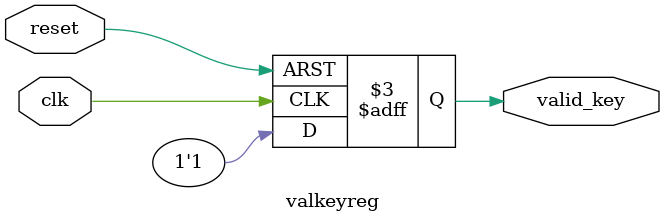
<source format=v>

`timescale 1ns / 1ns // `timescale time_unit/time_precision

module valkeyreg(
	input clk,
	input reset,
	output valid_key
	);

	always @(posedge clk or negedge reset) begin
		if (~reset)
			valid_key <= 1'b0;
		else
			valid_key <= 1'b1;
	end
endmodule

</source>
